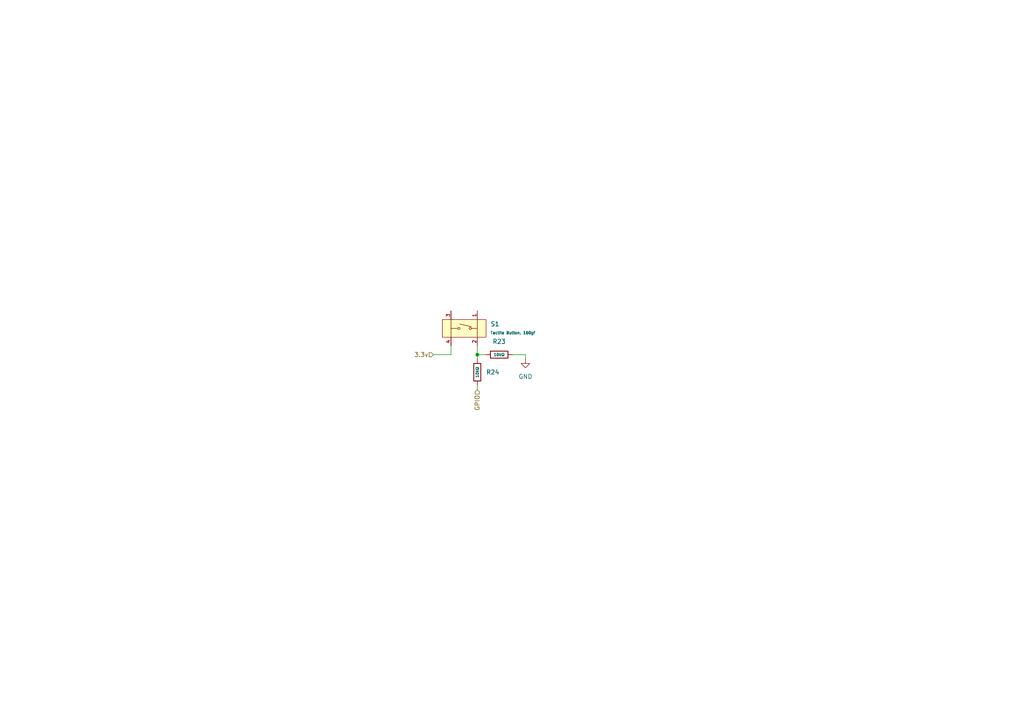
<source format=kicad_sch>
(kicad_sch (version 20250114) (generator "eeschema") (generator_version "9.0")
  (paper "A4")
  (lib_symbols
    (symbol "PCM_JLCPCB-Connectors_Buttons:Tactile Button, 160gf" (pin_names (hide yes))
      (property "Reference" "S" (at 0 1.27 0))
      (property "Value" "Tactile Button, 160gf" (at 0 -8.89 0))
      (symbol "Tactile Button, 160gf_0_1"
        (polyline (pts (xy -2.54 2.54) (xy 2.54 2.54)))
        (polyline (pts (xy -2.54 -5.08) (xy 2.54 -5.08)))
        (polyline (pts (xy -0.508 0.762) (xy -1.27 -2.54)))
        (polyline (pts (xy 0 0.762) (xy 0 2.54)))
        (circle (center 0 0.508) (radius 0.3175) (fill (type background)))
        (circle (center 0 -2.794) (radius 0.3175) (fill (type background)))
        (polyline (pts (xy 0 -3.302) (xy 0 -5.08)))
        (pin unspecified line (at -5.08 2.54 0) (length 2.54) (name "A") (number "1"))
        (pin unspecified line (at -5.08 -5.08 0) (length 2.54) (name "C") (number "3"))
        (pin unspecified line (at 5.08 2.54 180) (length 2.54) (name "B") (number "2"))
        (pin unspecified line (at 5.08 -5.08 180) (length 2.54) (name "D") (number "4"))
      )
      (symbol "Tactile Button, 160gf_1_1"
        (rectangle (start -2.54 5.08) (end 2.54 -7.62) (fill (type background)))
      )
    )
    (symbol "PCM_JLCPCB-Resistors:0603,10kΩ" (pin_numbers (hide yes)) (pin_names (offset 0))
      (property "Reference" "R" (at 1.778 0 0))
      (property "Value" "10kΩ" (at 0 0 90))
      (symbol "0603,10kΩ_0_1"
        (rectangle (start -1.016 2.54) (end 1.016 -2.54) (stroke (width 0.254)))
      )
      (symbol "0603,10kΩ_1_1"
        (pin passive line (at 0 3.81 270) (length 1.27) (name "~") (number "1"))
        (pin passive line (at 0 -3.81 90) (length 1.27) (name "~") (number "2"))
      )
    )
    (symbol "power:GND" (power) (pin_numbers (hide yes)) (pin_names (offset 0) (hide yes))
      (property "Value" "GND" (at 0 -3.81 0))
      (symbol "GND_0_1"
        (polyline (pts (xy 0 0) (xy 0 -1.27) (xy 1.27 -1.27) (xy 0 -2.54) (xy -1.27 -1.27) (xy 0 -1.27)))
      )
      (symbol "GND_1_1"
        (pin power_in line (at 0 0 270) (length 0) (name "~") (number "1"))
      )
    )
  )
  (junction (at 138.43 102.87))
  (wire (pts (xy 138.43 100.33) (xy 138.43 102.87)))
  (wire (pts (xy 138.43 102.87) (xy 138.43 104.14)))
  (wire (pts (xy 138.43 102.87) (xy 140.97 102.87)))
  (wire (pts (xy 125.73 102.87) (xy 130.81 102.87)))
  (wire (pts (xy 152.4 102.87) (xy 152.4 104.14)))
  (wire (pts (xy 130.81 102.87) (xy 130.81 100.33)))
  (wire (pts (xy 138.43 111.76) (xy 138.43 113.03)))
  (wire (pts (xy 148.59 102.87) (xy 152.4 102.87)))
  (hierarchical_label "3.3v" (shape input) (at 125.73 102.87 180))
  (hierarchical_label "GPIO" (shape input) (at 138.43 113.03 270))
  (symbol (lib_id "power:GND") (at 152.4 104.14 0) (unit 1)
    (property "Reference" "#PWR037" (effects (hide yes)))
    (property "Value" "GND" (at 152.4 109.22 0))
    (property "Description" "Power symbol creates a global label with name \"GND\" , ground" (effects (hide yes)))
  )
  (symbol (lib_id "PCM_JLCPCB-Connectors_Buttons:Tactile Button, 160gf") (at 135.89 95.25 270) (unit 1)
    (property "Reference" "S1" (at 142.24 93.9799 90) (effects (justify left)))
    (property "Value" "Tactile Button, 160gf" (at 142.24 96.52 90) (effects (font (size 0.8 0.8)) (justify left)))
    (property "Footprint" "PCM_JLCPCB:SW-SMD_4P-L5.1-W5.1-P3.70-LS6.5-TL-2" (effects (hide yes)))
    (property "Datasheet" "https://www.lcsc.com/datasheet/lcsc_datasheet_2304140030_XKB-Connection-TS-1187A-B-A-B_C318884.pdf" (effects (hide yes)))
    (property "Description" "None Without 50mA 5.1mm 100000 Times 160gf 12V 5.1mm 1.5mm Round Button Standing paste SPST SMD Tactile Switches ROHS" (effects (hide yes)))
    (property "LCSC" "C318884" (effects (hide yes)))
    (property "Stock" "680560" (effects (hide yes)))
    (property "Price" "0.025USD" (effects (hide yes)))
    (property "Process" "SMT" (effects (hide yes)))
    (property "Minimum Qty" "10" (effects (hide yes)))
    (property "Attrition Qty" "5" (effects (hide yes)))
    (property "Class" "Basic Component" (effects (hide yes)))
    (property "Category" "Switches,Tactile Switches" (effects (hide yes)))
    (property "Manufacturer" "XKB Connectivity" (effects (hide yes)))
    (property "Part" "TS-1187A-B-A-B" (effects (hide yes)))
    (property "Switch Length" "5.1mm" (effects (hide yes)))
    (property "Voltage Rating (Dc)" "12V" (effects (hide yes)))
    (property "With Lamp" "No" (effects (hide yes)))
    (property "Operating Force" "160gf" (effects (hide yes)))
    (property "Actuator/Cap Color" "Golden" (effects (hide yes)))
    (property "Mechanical Life" "100000 Times" (effects (hide yes)))
    (property "Strike Gundam" "NO" (effects (hide yes)))
    (property "Circuit" "SPST" (effects (hide yes)))
    (property "Switch Height" "1.5mm" (effects (hide yes)))
    (property "Actuator Style" "Round Button" (effects (hide yes)))
    (property "Switch Width" "5.1mm" (effects (hide yes)))
    (property "Contact Current" "50mA" (effects (hide yes)))
    (property "Operating Temperature" "-30°C~+85°C" (effects (hide yes)))
    (property "Mounting Style" "Brick nogging" (effects (hide yes)))
  )
  (symbol (lib_id "PCM_JLCPCB-Resistors:0603,10kΩ") (at 138.43 107.95 0) (unit 1)
    (property "Reference" "R24" (at 140.97 107.9499 0) (effects (justify left)))
    (property "Value" "10kΩ" (at 138.43 107.95 90) (effects (font (size 0.8 0.8))))
    (property "Footprint" "PCM_JLCPCB:R_0603" (effects (hide yes)))
    (property "Datasheet" "https://www.lcsc.com/datasheet/lcsc_datasheet_2206010045_UNI-ROYAL-Uniroyal-Elec-0603WAF1002T5E_C25804.pdf" (effects (hide yes)))
    (property "Description" "100mW Thick Film Resistors 75V ±100ppm/°C ±1% 10kΩ 0603 Chip Resistor - Surface Mount ROHS" (effects (hide yes)))
    (property "LCSC" "C25804" (effects (hide yes)))
    (property "Stock" "30930334" (effects (hide yes)))
    (property "Price" "0.004USD" (effects (hide yes)))
    (property "Process" "SMT" (effects (hide yes)))
    (property "Minimum Qty" "20" (effects (hide yes)))
    (property "Attrition Qty" "10" (effects (hide yes)))
    (property "Class" "Basic Component" (effects (hide yes)))
    (property "Category" "Resistors,Chip Resistor - Surface Mount" (effects (hide yes)))
    (property "Manufacturer" "UNI-ROYAL(Uniroyal Elec)" (effects (hide yes)))
    (property "Part" "0603WAF1002T5E" (effects (hide yes)))
    (property "Resistance" "10kΩ" (effects (hide yes)))
    (property "Power(Watts)" "100mW" (effects (hide yes)))
    (property "Type" "Thick Film Resistors" (effects (hide yes)))
    (property "Overload Voltage (Max)" "75V" (effects (hide yes)))
    (property "Operating Temperature Range" "-55°C~+155°C" (effects (hide yes)))
    (property "Tolerance" "±1%" (effects (hide yes)))
    (property "Temperature Coefficient" "±100ppm/°C" (effects (hide yes)))
  )
  (symbol (lib_id "PCM_JLCPCB-Resistors:0603,10kΩ") (at 144.78 102.87 90) (unit 1)
    (property "Reference" "R23" (at 144.78 99.06 90))
    (property "Value" "10kΩ" (at 144.78 102.87 90) (effects (font (size 0.8 0.8))))
    (property "Footprint" "PCM_JLCPCB:R_0603" (effects (hide yes)))
    (property "Datasheet" "https://www.lcsc.com/datasheet/lcsc_datasheet_2206010045_UNI-ROYAL-Uniroyal-Elec-0603WAF1002T5E_C25804.pdf" (effects (hide yes)))
    (property "Description" "100mW Thick Film Resistors 75V ±100ppm/°C ±1% 10kΩ 0603 Chip Resistor - Surface Mount ROHS" (effects (hide yes)))
    (property "LCSC" "C25804" (effects (hide yes)))
    (property "Stock" "30930334" (effects (hide yes)))
    (property "Price" "0.004USD" (effects (hide yes)))
    (property "Process" "SMT" (effects (hide yes)))
    (property "Minimum Qty" "20" (effects (hide yes)))
    (property "Attrition Qty" "10" (effects (hide yes)))
    (property "Class" "Basic Component" (effects (hide yes)))
    (property "Category" "Resistors,Chip Resistor - Surface Mount" (effects (hide yes)))
    (property "Manufacturer" "UNI-ROYAL(Uniroyal Elec)" (effects (hide yes)))
    (property "Part" "0603WAF1002T5E" (effects (hide yes)))
    (property "Resistance" "10kΩ" (effects (hide yes)))
    (property "Power(Watts)" "100mW" (effects (hide yes)))
    (property "Type" "Thick Film Resistors" (effects (hide yes)))
    (property "Overload Voltage (Max)" "75V" (effects (hide yes)))
    (property "Operating Temperature Range" "-55°C~+155°C" (effects (hide yes)))
    (property "Tolerance" "±1%" (effects (hide yes)))
    (property "Temperature Coefficient" "±100ppm/°C" (effects (hide yes)))
  )
)
</source>
